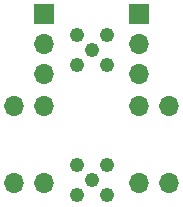
<source format=gbr>
%TF.GenerationSoftware,KiCad,Pcbnew,8.0.9-1.fc41*%
%TF.CreationDate,2025-03-19T11:36:09+02:00*%
%TF.ProjectId,FBK-4mm-Red,46424b2d-346d-46d2-9d52-65642e6b6963,rev?*%
%TF.SameCoordinates,Original*%
%TF.FileFunction,Soldermask,Bot*%
%TF.FilePolarity,Negative*%
%FSLAX46Y46*%
G04 Gerber Fmt 4.6, Leading zero omitted, Abs format (unit mm)*
G04 Created by KiCad (PCBNEW 8.0.9-1.fc41) date 2025-03-19 11:36:09*
%MOMM*%
%LPD*%
G01*
G04 APERTURE LIST*
%ADD10C,1.240000*%
%ADD11R,1.700000X1.700000*%
%ADD12O,1.700000X1.700000*%
G04 APERTURE END LIST*
D10*
%TO.C,J-PWR-2*%
X150000000Y-105000000D03*
X148730000Y-103730000D03*
X148730000Y-106270000D03*
X151270000Y-103730000D03*
X151270000Y-106270000D03*
%TD*%
D11*
%TO.C,J-SIG1*%
X154000000Y-91000000D03*
D12*
X154000000Y-93540000D03*
X154000000Y-96080000D03*
%TD*%
%TO.C,C1*%
X146000000Y-105270000D03*
X146000000Y-98730000D03*
%TD*%
%TO.C,R1*%
X143460000Y-98730000D03*
X143460000Y-105270000D03*
%TD*%
D11*
%TO.C,J-PWR1*%
X146000000Y-91000000D03*
D12*
X146000000Y-93540000D03*
X146000000Y-96080000D03*
%TD*%
%TO.C,R2*%
X154000000Y-105270000D03*
X154000000Y-98730000D03*
%TD*%
D10*
%TO.C,J-SIG-2*%
X150000000Y-94000000D03*
X148730000Y-92730000D03*
X148730000Y-95270000D03*
X151270000Y-92730000D03*
X151270000Y-95270000D03*
%TD*%
D12*
%TO.C,C2*%
X156540000Y-105270000D03*
X156540000Y-98730000D03*
%TD*%
M02*

</source>
